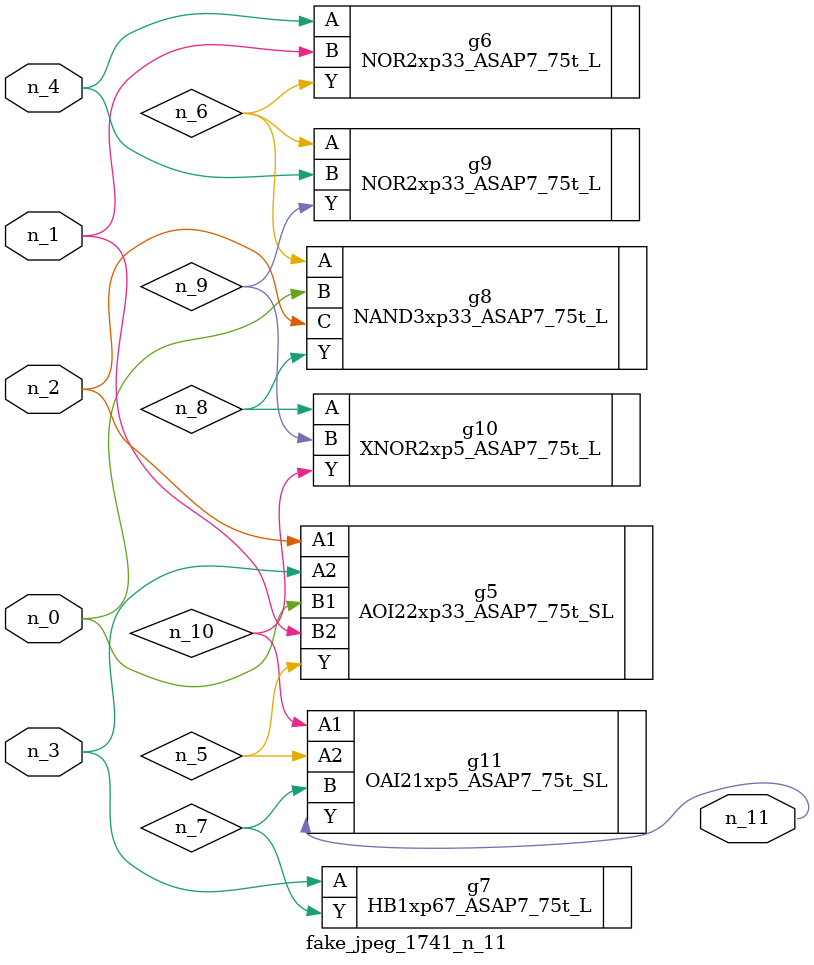
<source format=v>
module fake_jpeg_1741_n_11 (n_3, n_2, n_1, n_0, n_4, n_11);

input n_3;
input n_2;
input n_1;
input n_0;
input n_4;

output n_11;

wire n_10;
wire n_8;
wire n_9;
wire n_6;
wire n_5;
wire n_7;

AOI22xp33_ASAP7_75t_SL g5 ( 
.A1(n_2),
.A2(n_3),
.B1(n_0),
.B2(n_1),
.Y(n_5)
);

NOR2xp33_ASAP7_75t_L g6 ( 
.A(n_4),
.B(n_1),
.Y(n_6)
);

HB1xp67_ASAP7_75t_L g7 ( 
.A(n_3),
.Y(n_7)
);

NAND3xp33_ASAP7_75t_L g8 ( 
.A(n_6),
.B(n_0),
.C(n_2),
.Y(n_8)
);

XNOR2xp5_ASAP7_75t_L g10 ( 
.A(n_8),
.B(n_9),
.Y(n_10)
);

NOR2xp33_ASAP7_75t_L g9 ( 
.A(n_6),
.B(n_4),
.Y(n_9)
);

OAI21xp5_ASAP7_75t_SL g11 ( 
.A1(n_10),
.A2(n_5),
.B(n_7),
.Y(n_11)
);


endmodule
</source>
